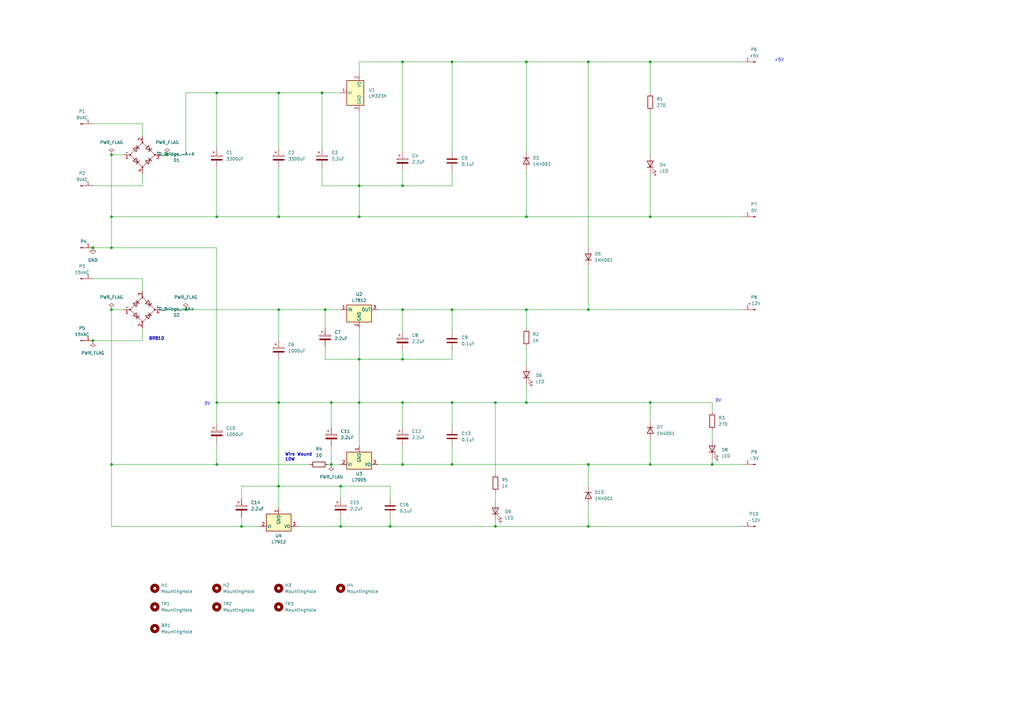
<source format=kicad_sch>
(kicad_sch (version 20250114) (generator "eeschema") (generator_version "9.0")
  (paper "A3")
  (title_block (title "3A PSU / Kicad 9") (date "2025-03-29") (rev "1.3"))
  (lib_symbols
    (symbol "Connector:Conn_01x01_Pin" (pin_names (offset 1.016) (hide yes))
      (property "Reference" "J" (at 0 2.54 0))
      (property "Value" "Conn_01x01_Pin" (at 0 -2.54 0))
      (symbol "Conn_01x01_Pin_1_1"
        (rectangle (start 0.8636 0.127) (end 0 -0.127) (stroke (width 0.1524)) (fill (type outline)))
        (polyline (pts (xy 1.27 0) (xy 0.8636 0)) (stroke (width 0.1524)))
        (pin passive line (at 5.08 0 180) (length 3.81) (name "Pin_1") (number "1"))
      )
    )
    (symbol "Device:C" (pin_numbers (hide yes)) (pin_names (offset 0.254))
      (property "Reference" "C" (at 0.635 2.54 0))
      (property "Value" "C" (at 0.635 -2.54 0))
      (symbol "C_0_1"
        (polyline (pts (xy -2.032 0.762) (xy 2.032 0.762)) (stroke (width 0.508)))
        (polyline (pts (xy -2.032 -0.762) (xy 2.032 -0.762)) (stroke (width 0.508)))
      )
      (symbol "C_1_1"
        (pin passive line (at 0 3.81 270) (length 2.794) (name "~") (number "1"))
        (pin passive line (at 0 -3.81 90) (length 2.794) (name "~") (number "2"))
      )
    )
    (symbol "Device:C_Polarized" (pin_numbers (hide yes)) (pin_names (offset 0.254))
      (property "Reference" "C" (at 0.635 2.54 0))
      (property "Value" "C_Polarized" (at 0.635 -2.54 0))
      (symbol "C_Polarized_0_1"
        (rectangle (start -2.286 0.508) (end 2.286 1.016))
        (polyline (pts (xy -1.778 2.286) (xy -0.762 2.286)))
        (polyline (pts (xy -1.27 2.794) (xy -1.27 1.778)))
        (rectangle (start 2.286 -0.508) (end -2.286 -1.016) (fill (type outline)))
      )
      (symbol "C_Polarized_1_1"
        (pin passive line (at 0 3.81 270) (length 2.794) (name "~") (number "1"))
        (pin passive line (at 0 -3.81 90) (length 2.794) (name "~") (number "2"))
      )
    )
    (symbol "Device:D_Bridge_-A+A" (pin_names (offset 0))
      (property "Reference" "D" (at 2.54 6.985 0))
      (property "Value" "D_Bridge_-A+A" (at 2.54 5.08 0))
      (symbol "D_Bridge_-A+A_0_1"
        (circle (center -5.08 0) (radius 0.254) (fill (type outline)))
        (polyline (pts (xy -5.08 0) (xy 0 -5.08) (xy 5.08 0) (xy 0 5.08) (xy -5.08 0)))
        (polyline (pts (xy -3.81 2.54) (xy -2.54 1.27) (xy -1.905 3.175) (xy -3.81 2.54)) (stroke (width 0.254)))
        (polyline (pts (xy -2.54 3.81) (xy -1.27 2.54)) (stroke (width 0.254)))
        (polyline (pts (xy -2.54 -1.27) (xy -3.81 -2.54) (xy -1.905 -3.175) (xy -2.54 -1.27)) (stroke (width 0.254)))
        (polyline (pts (xy -1.27 -2.54) (xy -2.54 -3.81)) (stroke (width 0.254)))
        (circle (center 0 5.08) (radius 0.254) (fill (type outline)))
        (circle (center 0 -5.08) (radius 0.254) (fill (type outline)))
        (polyline (pts (xy 1.27 2.54) (xy 2.54 3.81) (xy 3.175 1.905) (xy 1.27 2.54)) (stroke (width 0.254)))
        (polyline (pts (xy 2.54 1.27) (xy 3.81 2.54)) (stroke (width 0.254)))
        (polyline (pts (xy 2.54 -1.27) (xy 3.81 -2.54)) (stroke (width 0.254)))
        (polyline (pts (xy 3.175 -1.905) (xy 1.27 -2.54) (xy 2.54 -3.81) (xy 3.175 -1.905)) (stroke (width 0.254)))
        (circle (center 5.08 0) (radius 0.254) (fill (type outline)))
      )
      (symbol "D_Bridge_-A+A_1_1"
        (pin passive line (at -7.62 0 0) (length 2.54) (name "-") (number "1"))
        (pin passive line (at 0 7.62 270) (length 2.54) (name "~") (number "4"))
        (pin passive line (at 0 -7.62 90) (length 2.54) (name "~") (number "2"))
        (pin passive line (at 7.62 0 180) (length 2.54) (name "+") (number "3"))
      )
    )
    (symbol "Device:D_Bridge_-AA+" (pin_names (offset 0))
      (property "Reference" "D" (at 2.54 6.985 0))
      (property "Value" "D_Bridge_-AA+" (at 2.54 5.08 0))
      (symbol "D_Bridge_-AA+_0_1"
        (circle (center -5.08 0) (radius 0.254) (fill (type outline)))
        (polyline (pts (xy -5.08 0) (xy 0 -5.08) (xy 5.08 0) (xy 0 5.08) (xy -5.08 0)))
        (polyline (pts (xy -3.81 2.54) (xy -2.54 1.27) (xy -1.905 3.175) (xy -3.81 2.54)) (stroke (width 0.254)))
        (polyline (pts (xy -2.54 3.81) (xy -1.27 2.54)) (stroke (width 0.254)))
        (polyline (pts (xy -2.54 -1.27) (xy -3.81 -2.54) (xy -1.905 -3.175) (xy -2.54 -1.27)) (stroke (width 0.254)))
        (polyline (pts (xy -1.27 -2.54) (xy -2.54 -3.81)) (stroke (width 0.254)))
        (circle (center 0 5.08) (radius 0.254) (fill (type outline)))
        (circle (center 0 -5.08) (radius 0.254) (fill (type outline)))
        (polyline (pts (xy 1.27 2.54) (xy 2.54 3.81) (xy 3.175 1.905) (xy 1.27 2.54)) (stroke (width 0.254)))
        (polyline (pts (xy 2.54 1.27) (xy 3.81 2.54)) (stroke (width 0.254)))
        (polyline (pts (xy 2.54 -1.27) (xy 3.81 -2.54)) (stroke (width 0.254)))
        (polyline (pts (xy 3.175 -1.905) (xy 1.27 -2.54) (xy 2.54 -3.81) (xy 3.175 -1.905)) (stroke (width 0.254)))
        (circle (center 5.08 0) (radius 0.254) (fill (type outline)))
      )
      (symbol "D_Bridge_-AA+_1_1"
        (pin passive line (at -7.62 0 0) (length 2.54) (name "-") (number "1"))
        (pin passive line (at 0 7.62 270) (length 2.54) (name "~") (number "2"))
        (pin passive line (at 0 -7.62 90) (length 2.54) (name "~") (number "3"))
        (pin passive line (at 7.62 0 180) (length 2.54) (name "+") (number "4"))
      )
    )
    (symbol "Device:LED" (pin_numbers (hide yes)) (pin_names (offset 1.016) (hide yes))
      (property "Reference" "D" (at 0 2.54 0))
      (property "Value" "LED" (at 0 -2.54 0))
      (symbol "LED_0_1"
        (polyline (pts (xy -3.048 -0.762) (xy -4.572 -2.286) (xy -3.81 -2.286) (xy -4.572 -2.286) (xy -4.572 -1.524)))
        (polyline (pts (xy -1.778 -0.762) (xy -3.302 -2.286) (xy -2.54 -2.286) (xy -3.302 -2.286) (xy -3.302 -1.524)))
        (polyline (pts (xy -1.27 0) (xy 1.27 0)))
        (polyline (pts (xy -1.27 -1.27) (xy -1.27 1.27)) (stroke (width 0.254)))
        (polyline (pts (xy 1.27 -1.27) (xy 1.27 1.27) (xy -1.27 0) (xy 1.27 -1.27)) (stroke (width 0.254)))
      )
      (symbol "LED_1_1"
        (pin passive line (at -3.81 0 0) (length 2.54) (name "K") (number "1"))
        (pin passive line (at 3.81 0 180) (length 2.54) (name "A") (number "2"))
      )
    )
    (symbol "Device:R" (pin_numbers (hide yes)) (pin_names (offset 0))
      (property "Reference" "R" (at 2.032 0 90))
      (property "Value" "R" (at 0 0 90))
      (symbol "R_0_1"
        (rectangle (start -1.016 -2.54) (end 1.016 2.54) (stroke (width 0.254)))
      )
      (symbol "R_1_1"
        (pin passive line (at 0 3.81 270) (length 1.27) (name "~") (number "1"))
        (pin passive line (at 0 -3.81 90) (length 1.27) (name "~") (number "2"))
      )
    )
    (symbol "Diode:1N4001" (pin_numbers (hide yes)) (pin_names (hide yes))
      (property "Reference" "D" (at 0 2.54 0))
      (property "Value" "1N4001" (at 0 -2.54 0))
      (symbol "1N4001_0_1"
        (polyline (pts (xy -1.27 1.27) (xy -1.27 -1.27)) (stroke (width 0.254)))
        (polyline (pts (xy 1.27 1.27) (xy 1.27 -1.27) (xy -1.27 0) (xy 1.27 1.27)) (stroke (width 0.254)))
        (polyline (pts (xy 1.27 0) (xy -1.27 0)))
      )
      (symbol "1N4001_1_1"
        (pin passive line (at -3.81 0 0) (length 2.54) (name "K") (number "1"))
        (pin passive line (at 3.81 0 180) (length 2.54) (name "A") (number "2"))
      )
    )
    (symbol "Mechanical:MountingHole" (pin_names (offset 1.016)) (exclude_from_sim yes) (in_bom no)
      (property "Reference" "H" (at 0 5.08 0))
      (property "Value" "MountingHole" (at 0 3.175 0))
      (symbol "MountingHole_0_1"
        (circle (center 0 0) (radius 1.27) (stroke (width 1.27)))
      )
    )
    (symbol "Nascom:LM323K" (pin_names (offset 0.254))
      (property "Reference" "U" (at -3.81 3.175 0))
      (property "Value" "LM323K" (at 0 3.175 0))
      (symbol "LM323K_0_1"
        (rectangle (start -5.08 1.905) (end 5.08 -5.08) (stroke (width 0.254)) (fill (type background)))
      )
      (symbol "LM323K_1_1"
        (pin power_out line (at -7.62 0 0) (length 2.54) (name "VO") (number "2"))
        (pin power_in line (at 0 -7.62 90) (length 2.54) (name "VI") (number "1"))
        (pin input line (at 7.62 0 180) (length 2.54) (name "GND") (number "3"))
      )
    )
    (symbol "Regulator_Linear:L7812" (pin_names (offset 0.254))
      (property "Reference" "U" (at -3.81 3.175 0))
      (property "Value" "L7812" (at 0 3.175 0))
      (symbol "L7812_0_1"
        (rectangle (start -5.08 1.905) (end 5.08 -5.08) (stroke (width 0.254)) (fill (type background)))
      )
      (symbol "L7812_1_1"
        (pin power_in line (at -7.62 0 0) (length 2.54) (name "IN") (number "1"))
        (pin power_in line (at 0 -7.62 90) (length 2.54) (name "GND") (number "2"))
        (pin power_out line (at 7.62 0 180) (length 2.54) (name "OUT") (number "3"))
      )
    )
    (symbol "Regulator_Linear:L7905" (pin_names (offset 0.254))
      (property "Reference" "U" (at -3.81 -3.175 0))
      (property "Value" "L7905" (at 0 -3.175 0))
      (symbol "L7905_0_1"
        (rectangle (start -5.08 5.08) (end 5.08 -1.905) (stroke (width 0.254)) (fill (type background)))
      )
      (symbol "L7905_1_1"
        (pin power_in line (at -7.62 0 0) (length 2.54) (name "VI") (number "2"))
        (pin power_in line (at 0 7.62 270) (length 2.54) (name "GND") (number "1"))
        (pin power_out line (at 7.62 0 180) (length 2.54) (name "VO") (number "3"))
      )
    )
    (symbol "Regulator_Linear:L7912" (pin_names (offset 0.254))
      (property "Reference" "U" (at -3.81 -3.175 0))
      (property "Value" "L7912" (at 0 -3.175 0))
      (symbol "L7912_0_1"
        (rectangle (start -5.08 5.08) (end 5.08 -1.905) (stroke (width 0.254)) (fill (type background)))
      )
      (symbol "L7912_1_1"
        (pin power_in line (at -7.62 0 0) (length 2.54) (name "VI") (number "2"))
        (pin power_in line (at 0 7.62 270) (length 2.54) (name "GND") (number "1"))
        (pin power_out line (at 7.62 0 180) (length 2.54) (name "VO") (number "3"))
      )
    )
    (symbol "power:GND" (power) (pin_numbers (hide yes)) (pin_names (offset 0) (hide yes))
      (property "Value" "GND" (at 0 -3.81 0))
      (symbol "GND_0_1"
        (polyline (pts (xy 0 0) (xy 0 -1.27) (xy 1.27 -1.27) (xy 0 -2.54) (xy -1.27 -1.27) (xy 0 -1.27)))
      )
      (symbol "GND_1_1"
        (pin power_in line (at 0 0 270) (length 0) (name "~") (number "1"))
      )
    )
    (symbol "power:PWR_FLAG" (power) (pin_numbers (hide yes)) (pin_names (offset 0) (hide yes))
      (property "Value" "PWR_FLAG" (at 0 3.81 0))
      (symbol "PWR_FLAG_0_0"
        (pin power_out line (at 0 0 90) (length 0) (name "~") (number "1"))
      )
      (symbol "PWR_FLAG_0_1"
        (polyline (pts (xy 0 0) (xy 0 1.27) (xy -1.016 1.905) (xy 0 2.54) (xy 1.016 1.905) (xy 0 1.27)))
      )
    )
  )
  (text "0V\n" (at 83.82 166.37 0) (effects (font (size 1.27 1.27)) (justify left bottom)))
  (text "Wire Wound\n10W" (at 116.84 189.23 0) (effects (font (size 1.27 1.27) (bold yes)) (justify left bottom)))
  (text "+5V\n" (at 317.5 25.4 0) (effects (font (size 1.27 1.27)) (justify left bottom)))
  (text "BR81D" (at 60.96 139.7 0) (effects (font (size 1.27 1.27) (thickness 0.254) (bold yes)) (justify left bottom)))
  (text "0V\n" (at 293.37 165.1 0) (effects (font (size 1.27 1.27)) (justify left bottom)))
  (junction (at 139.7 215.9))
  (junction (at 45.72 190.5))
  (junction (at 114.3 199.39))
  (junction (at 241.3 190.5))
  (junction (at 114.3 38.1))
  (junction (at 68.58 63.5))
  (junction (at 114.3 165.1))
  (junction (at 45.72 88.9))
  (junction (at 203.2 215.9))
  (junction (at 165.1 190.5))
  (junction (at 139.7 199.39))
  (junction (at 147.32 147.32))
  (junction (at 45.72 101.6))
  (junction (at 114.3 127))
  (junction (at 215.9 25.4))
  (junction (at 165.1 127))
  (junction (at 185.42 127))
  (junction (at 45.72 127))
  (junction (at 165.1 76.2))
  (junction (at 88.9 38.1))
  (junction (at 147.32 76.2))
  (junction (at 38.1 139.7))
  (junction (at 135.89 190.5))
  (junction (at 133.35 127))
  (junction (at 160.02 215.9))
  (junction (at 203.2 165.1))
  (junction (at 165.1 165.1))
  (junction (at 215.9 165.1))
  (junction (at 132.08 38.1))
  (junction (at 45.72 63.5))
  (junction (at 147.32 88.9))
  (junction (at 266.7 88.9))
  (junction (at 185.42 190.5))
  (junction (at 165.1 147.32))
  (junction (at 266.7 165.1))
  (junction (at 185.42 165.1))
  (junction (at 88.9 190.5))
  (junction (at 38.1 101.6))
  (junction (at 185.42 25.4))
  (junction (at 99.06 215.9))
  (junction (at 88.9 165.1))
  (junction (at 266.7 25.4))
  (junction (at 76.2 127))
  (junction (at 215.9 88.9))
  (junction (at 241.3 127))
  (junction (at 266.7 190.5))
  (junction (at 215.9 127))
  (junction (at 241.3 215.9))
  (junction (at 88.9 88.9))
  (junction (at 165.1 25.4))
  (junction (at 241.3 25.4))
  (junction (at 147.32 165.1))
  (junction (at 292.1 190.5))
  (junction (at 135.89 165.1))
  (junction (at 114.3 88.9))
  (wire (pts (xy 185.42 127) (xy 185.42 135.89)))
  (wire (pts (xy 45.72 88.9) (xy 88.9 88.9)))
  (wire (pts (xy 88.9 181.61) (xy 88.9 190.5)))
  (wire (pts (xy 147.32 76.2) (xy 147.32 88.9)))
  (wire (pts (xy 165.1 127) (xy 185.42 127)))
  (wire (pts (xy 58.42 139.7) (xy 58.42 134.62)))
  (wire (pts (xy 88.9 88.9) (xy 114.3 88.9)))
  (wire (pts (xy 38.1 114.3) (xy 58.42 114.3)))
  (wire (pts (xy 114.3 127) (xy 133.35 127)))
  (wire (pts (xy 66.04 63.5) (xy 68.58 63.5)))
  (wire (pts (xy 45.72 63.5) (xy 45.72 88.9)))
  (wire (pts (xy 132.08 76.2) (xy 147.32 76.2)))
  (wire (pts (xy 99.06 204.47) (xy 99.06 199.39)))
  (wire (pts (xy 114.3 68.58) (xy 114.3 88.9)))
  (wire (pts (xy 139.7 212.09) (xy 139.7 215.9)))
  (wire (pts (xy 45.72 101.6) (xy 38.1 101.6)))
  (wire (pts (xy 38.1 76.2) (xy 58.42 76.2)))
  (wire (pts (xy 134.62 190.5) (xy 135.89 190.5)))
  (wire (pts (xy 58.42 119.38) (xy 58.42 114.3)))
  (wire (pts (xy 266.7 25.4) (xy 304.8 25.4)))
  (wire (pts (xy 132.08 38.1) (xy 132.08 60.96)))
  (wire (pts (xy 266.7 190.5) (xy 292.1 190.5)))
  (wire (pts (xy 114.3 127) (xy 114.3 139.7)))
  (wire (pts (xy 88.9 38.1) (xy 114.3 38.1)))
  (wire (pts (xy 165.1 127) (xy 165.1 135.89)))
  (wire (pts (xy 203.2 165.1) (xy 203.2 194.31)))
  (wire (pts (xy 185.42 76.2) (xy 185.42 69.85)))
  (wire (pts (xy 45.72 127) (xy 45.72 190.5)))
  (wire (pts (xy 160.02 215.9) (xy 203.2 215.9)))
  (wire (pts (xy 147.32 88.9) (xy 215.9 88.9)))
  (wire (pts (xy 266.7 45.72) (xy 266.7 63.5)))
  (wire (pts (xy 147.32 165.1) (xy 165.1 165.1)))
  (wire (pts (xy 76.2 38.1) (xy 88.9 38.1)))
  (wire (pts (xy 165.1 182.88) (xy 165.1 190.5)))
  (wire (pts (xy 165.1 25.4) (xy 185.42 25.4)))
  (wire (pts (xy 88.9 101.6) (xy 88.9 165.1)))
  (wire (pts (xy 114.3 165.1) (xy 114.3 199.39)))
  (wire (pts (xy 160.02 204.47) (xy 160.02 199.39)))
  (wire (pts (xy 147.32 76.2) (xy 165.1 76.2)))
  (wire (pts (xy 215.9 25.4) (xy 241.3 25.4)))
  (wire (pts (xy 133.35 127) (xy 139.7 127)))
  (wire (pts (xy 135.89 182.88) (xy 135.89 190.5)))
  (wire (pts (xy 241.3 109.22) (xy 241.3 127)))
  (wire (pts (xy 147.32 147.32) (xy 165.1 147.32)))
  (wire (pts (xy 266.7 88.9) (xy 304.8 88.9)))
  (wire (pts (xy 215.9 165.1) (xy 266.7 165.1)))
  (wire (pts (xy 88.9 68.58) (xy 88.9 88.9)))
  (wire (pts (xy 203.2 213.36) (xy 203.2 215.9)))
  (wire (pts (xy 154.94 190.5) (xy 165.1 190.5)))
  (wire (pts (xy 68.58 63.5) (xy 76.2 63.5)))
  (wire (pts (xy 266.7 71.12) (xy 266.7 88.9)))
  (wire (pts (xy 88.9 165.1) (xy 114.3 165.1)))
  (wire (pts (xy 185.42 190.5) (xy 241.3 190.5)))
  (wire (pts (xy 88.9 165.1) (xy 88.9 173.99)))
  (wire (pts (xy 160.02 199.39) (xy 139.7 199.39)))
  (wire (pts (xy 241.3 207.01) (xy 241.3 215.9)))
  (wire (pts (xy 50.8 127) (xy 45.72 127)))
  (wire (pts (xy 114.3 199.39) (xy 114.3 208.28)))
  (wire (pts (xy 241.3 190.5) (xy 266.7 190.5)))
  (wire (pts (xy 135.89 165.1) (xy 135.89 175.26)))
  (wire (pts (xy 165.1 165.1) (xy 185.42 165.1)))
  (wire (pts (xy 139.7 215.9) (xy 160.02 215.9)))
  (wire (pts (xy 266.7 165.1) (xy 266.7 172.72)))
  (wire (pts (xy 215.9 157.48) (xy 215.9 165.1)))
  (wire (pts (xy 58.42 55.88) (xy 58.42 50.8)))
  (wire (pts (xy 114.3 38.1) (xy 132.08 38.1)))
  (wire (pts (xy 165.1 190.5) (xy 185.42 190.5)))
  (wire (pts (xy 121.92 215.9) (xy 139.7 215.9)))
  (wire (pts (xy 241.3 127) (xy 304.8 127)))
  (wire (pts (xy 185.42 25.4) (xy 185.42 62.23)))
  (wire (pts (xy 266.7 165.1) (xy 292.1 165.1)))
  (wire (pts (xy 76.2 63.5) (xy 76.2 38.1)))
  (wire (pts (xy 50.8 63.5) (xy 45.72 63.5)))
  (wire (pts (xy 99.06 215.9) (xy 106.68 215.9)))
  (wire (pts (xy 139.7 199.39) (xy 114.3 199.39)))
  (wire (pts (xy 185.42 165.1) (xy 203.2 165.1)))
  (wire (pts (xy 99.06 199.39) (xy 114.3 199.39)))
  (wire (pts (xy 45.72 190.5) (xy 88.9 190.5)))
  (wire (pts (xy 45.72 101.6) (xy 88.9 101.6)))
  (wire (pts (xy 45.72 88.9) (xy 45.72 101.6)))
  (wire (pts (xy 133.35 127) (xy 133.35 134.62)))
  (wire (pts (xy 147.32 25.4) (xy 165.1 25.4)))
  (wire (pts (xy 133.35 147.32) (xy 147.32 147.32)))
  (wire (pts (xy 165.1 69.85) (xy 165.1 76.2)))
  (wire (pts (xy 76.2 127) (xy 114.3 127)))
  (wire (pts (xy 147.32 147.32) (xy 147.32 165.1)))
  (wire (pts (xy 215.9 127) (xy 215.9 134.62)))
  (wire (pts (xy 292.1 176.53) (xy 292.1 180.34)))
  (wire (pts (xy 203.2 165.1) (xy 215.9 165.1)))
  (wire (pts (xy 215.9 88.9) (xy 266.7 88.9)))
  (wire (pts (xy 203.2 215.9) (xy 241.3 215.9)))
  (wire (pts (xy 165.1 165.1) (xy 165.1 175.26)))
  (wire (pts (xy 292.1 190.5) (xy 304.8 190.5)))
  (wire (pts (xy 114.3 88.9) (xy 147.32 88.9)))
  (wire (pts (xy 203.2 201.93) (xy 203.2 205.74)))
  (wire (pts (xy 292.1 187.96) (xy 292.1 190.5)))
  (wire (pts (xy 292.1 165.1) (xy 292.1 168.91)))
  (wire (pts (xy 135.89 190.5) (xy 139.7 190.5)))
  (wire (pts (xy 215.9 127) (xy 241.3 127)))
  (wire (pts (xy 165.1 147.32) (xy 185.42 147.32)))
  (wire (pts (xy 139.7 199.39) (xy 139.7 204.47)))
  (wire (pts (xy 38.1 50.8) (xy 58.42 50.8)))
  (wire (pts (xy 185.42 127) (xy 215.9 127)))
  (wire (pts (xy 154.94 127) (xy 165.1 127)))
  (wire (pts (xy 215.9 142.24) (xy 215.9 149.86)))
  (wire (pts (xy 114.3 38.1) (xy 114.3 60.96)))
  (wire (pts (xy 147.32 134.62) (xy 147.32 147.32)))
  (wire (pts (xy 185.42 147.32) (xy 185.42 143.51)))
  (wire (pts (xy 241.3 25.4) (xy 241.3 101.6)))
  (wire (pts (xy 99.06 212.09) (xy 99.06 215.9)))
  (wire (pts (xy 133.35 142.24) (xy 133.35 147.32)))
  (wire (pts (xy 185.42 25.4) (xy 215.9 25.4)))
  (wire (pts (xy 45.72 215.9) (xy 45.72 190.5)))
  (wire (pts (xy 147.32 45.72) (xy 147.32 76.2)))
  (wire (pts (xy 88.9 38.1) (xy 88.9 60.96)))
  (wire (pts (xy 241.3 215.9) (xy 304.8 215.9)))
  (wire (pts (xy 185.42 182.88) (xy 185.42 190.5)))
  (wire (pts (xy 45.72 215.9) (xy 99.06 215.9)))
  (wire (pts (xy 241.3 190.5) (xy 241.3 199.39)))
  (wire (pts (xy 88.9 190.5) (xy 127 190.5)))
  (wire (pts (xy 185.42 165.1) (xy 185.42 175.26)))
  (wire (pts (xy 160.02 212.09) (xy 160.02 215.9)))
  (wire (pts (xy 147.32 30.48) (xy 147.32 25.4)))
  (wire (pts (xy 241.3 25.4) (xy 266.7 25.4)))
  (wire (pts (xy 132.08 68.58) (xy 132.08 76.2)))
  (wire (pts (xy 215.9 25.4) (xy 215.9 62.23)))
  (wire (pts (xy 215.9 69.85) (xy 215.9 88.9)))
  (wire (pts (xy 135.89 165.1) (xy 147.32 165.1)))
  (wire (pts (xy 147.32 165.1) (xy 147.32 182.88)))
  (wire (pts (xy 114.3 165.1) (xy 135.89 165.1)))
  (wire (pts (xy 165.1 143.51) (xy 165.1 147.32)))
  (wire (pts (xy 165.1 76.2) (xy 185.42 76.2)))
  (wire (pts (xy 266.7 180.34) (xy 266.7 190.5)))
  (wire (pts (xy 114.3 147.32) (xy 114.3 165.1)))
  (wire (pts (xy 38.1 139.7) (xy 58.42 139.7)))
  (wire (pts (xy 66.04 127) (xy 76.2 127)))
  (wire (pts (xy 132.08 38.1) (xy 139.7 38.1)))
  (wire (pts (xy 165.1 25.4) (xy 165.1 62.23)))
  (wire (pts (xy 266.7 25.4) (xy 266.7 38.1)))
  (wire (pts (xy 58.42 71.12) (xy 58.42 76.2)))
  (symbol (lib_id "Connector:Conn_01x01_Pin") (at 33.02 76.2 0) (unit 1)
    (property "Reference" "P2" (at 33.655 71.12 0))
    (property "Value" "9VAC" (at 33.655 73.66 0))
    (property "Footprint" "TestPoint:TestPoint_THTPad_D3.0mm_Drill1.5mm" (effects (hide yes)))
  )
  (symbol (lib_id "Regulator_Linear:L7812") (at 147.32 127 0) (unit 1)
    (property "Reference" "U2" (at 147.32 120.65 0))
    (property "Value" "L7812" (at 147.32 123.19 0))
    (property "Footprint" "Nascom:TO-220-3_Horizontal_TabDown_staggered" (effects (hide yes)))
    (property "Datasheet" "http://www.st.com/content/ccc/resource/technical/document/datasheet/41/4f/b3/b0/12/d4/47/88/CD00000444.pdf/files/CD00000444.pdf/jcr:content/translations/en.CD00000444.pdf" (effects (hide yes)))
  )
  (symbol (lib_id "power:PWR_FLAG") (at 45.72 127 0) (unit 1)
    (property "Reference" "#FLG01" (effects (hide yes)))
    (property "Value" "PWR_FLAG" (at 45.72 121.92 0))
  )
  (symbol (lib_id "Device:R") (at 215.9 138.43 0) (unit 1)
    (property "Reference" "R2" (at 218.44 137.16 0) (effects (justify left)))
    (property "Value" "1K" (at 218.44 139.7 0) (effects (justify left)))
    (property "Footprint" "Nascom:R_Axial_DIN0207_L6.3mm_D2.5mm_P14mm_Horizontal" (effects (hide yes)))
  )
  (symbol (lib_id "Connector:Conn_01x01_Pin") (at 33.02 114.3 0) (unit 1)
    (property "Reference" "P3" (at 33.655 109.22 0))
    (property "Value" "15VAC" (at 33.655 111.76 0))
    (property "Footprint" "TestPoint:TestPoint_THTPad_D3.0mm_Drill1.5mm" (effects (hide yes)))
  )
  (symbol (lib_id "Device:C_Polarized") (at 88.9 64.77 0) (unit 1)
    (property "Reference" "C1" (at 92.71 62.611 0) (effects (justify left)))
    (property "Value" "3300uF" (at 92.71 65.151 0) (effects (justify left)))
    (property "Footprint" "Capacitor_THT:CP_Axial_L46.0mm_D20.0mm_P52.00mm_Horizontal" (effects (hide yes)))
  )
  (symbol (lib_id "Device:C_Polarized") (at 165.1 139.7 0) (unit 1)
    (property "Reference" "C8" (at 168.91 137.541 0) (effects (justify left)))
    (property "Value" "2.2uF" (at 168.91 140.081 0) (effects (justify left)))
    (property "Footprint" "Capacitor_THT:CP_Radial_Tantal_D7.0mm_P5.00mm" (effects (hide yes)))
  )
  (symbol (lib_id "Device:C_Polarized") (at 133.35 138.43 0) (unit 1)
    (property "Reference" "C7" (at 137.16 136.271 0) (effects (justify left)))
    (property "Value" "2.2uF" (at 137.16 138.811 0) (effects (justify left)))
    (property "Footprint" "Capacitor_THT:CP_Radial_Tantal_D7.0mm_P5.00mm" (effects (hide yes)))
  )
  (symbol (lib_id "Regulator_Linear:L7905") (at 147.32 190.5 0) (unit 1)
    (property "Reference" "U3" (at 147.32 194.31 0))
    (property "Value" "L7905" (at 147.32 196.85 0))
    (property "Footprint" "Nascom:TO-220-3_Horizontal_TabDown_staggered" (effects (hide yes)))
    (property "Datasheet" "http://www.st.com/content/ccc/resource/technical/document/datasheet/c9/16/86/41/c7/2b/45/f2/CD00000450.pdf/files/CD00000450.pdf/jcr:content/translations/en.CD00000450.pdf" (effects (hide yes)))
  )
  (symbol (lib_id "Device:R") (at 203.2 198.12 0) (unit 1)
    (property "Reference" "R5" (at 205.74 196.85 0) (effects (justify left)))
    (property "Value" "1K" (at 205.74 199.39 0) (effects (justify left)))
    (property "Footprint" "Resistor_THT:R_Axial_DIN0207_L6.3mm_D2.5mm_P15.24mm_Horizontal" (effects (hide yes)))
  )
  (symbol (lib_id "Device:LED") (at 292.1 184.15 90) (unit 1)
    (property "Reference" "D8" (at 295.91 184.4675 90) (effects (justify right)))
    (property "Value" "LED" (at 295.91 187.0075 90) (effects (justify right)))
    (property "Footprint" "LED_THT:LED_D5.0mm" (effects (hide yes)))
    (property "Sim.Pins" "1=K 2=A" (effects (hide yes)))
  )
  (symbol (lib_id "Mechanical:MountingHole") (at 63.5 257.81 0) (unit 1)
    (property "Reference" "BR1" (at 66.04 256.54 0) (effects (justify left)))
    (property "Value" "MountingHole" (at 66.04 259.08 0) (effects (justify left)))
    (property "Footprint" "MountingHole:MountingHole_3.5mm" (effects (hide yes)))
  )
  (symbol (lib_id "Mechanical:MountingHole") (at 114.3 248.92 0) (unit 1)
    (property "Reference" "TR3" (at 116.84 247.65 0) (effects (justify left)))
    (property "Value" "MountingHole" (at 116.84 250.19 0) (effects (justify left)))
    (property "Footprint" "MountingHole:MountingHole_3.5mm" (effects (hide yes)))
  )
  (symbol (lib_id "Device:C_Polarized") (at 99.06 208.28 0) (unit 1)
    (property "Reference" "C14" (at 102.87 206.121 0) (effects (justify left)))
    (property "Value" "2.2uF" (at 102.87 208.661 0) (effects (justify left)))
    (property "Footprint" "Nascom:CP_Radial_Tantal_D8.0mm_P6.00mm" (effects (hide yes)))
  )
  (symbol (lib_id "Mechanical:MountingHole") (at 63.5 241.3 0) (unit 1)
    (property "Reference" "H1" (at 66.04 240.03 0) (effects (justify left)))
    (property "Value" "MountingHole" (at 66.04 242.57 0) (effects (justify left)))
    (property "Footprint" "MountingHole:MountingHole_3.5mm" (effects (hide yes)))
  )
  (symbol (lib_id "Nascom:LM323K") (at 147.32 38.1 270) (unit 1)
    (property "Reference" "U1" (at 151.13 36.83 90) (effects (justify left)))
    (property "Value" "LM323K" (at 151.13 39.37 90) (effects (justify left)))
    (property "Footprint" "Package_TO_SOT_THT:TO-3" (effects (hide yes)))
    (property "Datasheet" "http://www.ti.com/lit/ds/symlink/lm317.pdf" (effects (hide yes)))
  )
  (symbol (lib_id "Connector:Conn_01x01_Pin") (at 33.02 50.8 0) (unit 1)
    (property "Reference" "P1" (at 33.655 45.72 0))
    (property "Value" "9VAC" (at 33.655 48.26 0))
    (property "Footprint" "TestPoint:TestPoint_THTPad_D3.0mm_Drill1.5mm" (effects (hide yes)))
  )
  (symbol (lib_id "Mechanical:MountingHole") (at 114.3 241.3 0) (unit 1)
    (property "Reference" "H3" (at 116.84 240.03 0) (effects (justify left)))
    (property "Value" "MountingHole" (at 116.84 242.57 0) (effects (justify left)))
    (property "Footprint" "MountingHole:MountingHole_3.5mm" (effects (hide yes)))
  )
  (symbol (lib_id "Connector:Conn_01x01_Pin") (at 309.88 88.9 180) (unit 1)
    (property "Reference" "P7" (at 309.245 83.82 0))
    (property "Value" "0V" (at 309.245 86.36 0))
    (property "Footprint" "TestPoint:TestPoint_THTPad_D3.0mm_Drill1.5mm" (effects (hide yes)))
  )
  (symbol (lib_id "Device:C") (at 185.42 66.04 0) (unit 1)
    (property "Reference" "C5" (at 189.23 64.77 0) (effects (justify left)))
    (property "Value" "0.1uF" (at 189.23 67.31 0) (effects (justify left)))
    (property "Footprint" "Nascom:C_Disc_D9.0mm_W3.0mm_P6.00mm" (effects (hide yes)))
  )
  (symbol (lib_id "Device:C_Polarized") (at 165.1 66.04 0) (unit 1)
    (property "Reference" "C4" (at 168.91 63.881 0) (effects (justify left)))
    (property "Value" "2.2uF" (at 168.91 66.421 0) (effects (justify left)))
    (property "Footprint" "Capacitor_THT:CP_Radial_Tantal_D7.0mm_P5.00mm" (effects (hide yes)))
  )
  (symbol (lib_id "Device:D_Bridge_-AA+") (at 58.42 127 0) (mirror x) (unit 1)
    (property "Reference" "D2" (at 72.39 129.2159 0))
    (property "Value" "D_Bridge_-AA+" (at 72.39 126.6759 0))
    (property "Footprint" "Nascom:Bridge_Rectifier_BR81D" (effects (hide yes)))
  )
  (symbol (lib_id "Device:LED") (at 203.2 209.55 90) (unit 1)
    (property "Reference" "D9" (at 207.01 209.8675 90) (effects (justify right)))
    (property "Value" "LED" (at 207.01 212.4075 90) (effects (justify right)))
    (property "Footprint" "LED_THT:LED_D5.0mm" (effects (hide yes)))
    (property "Sim.Pins" "1=K 2=A" (effects (hide yes)))
  )
  (symbol (lib_id "Device:R") (at 130.81 190.5 90) (unit 1)
    (property "Reference" "R4" (at 130.81 184.15 90))
    (property "Value" "10" (at 130.81 186.69 90))
    (property "Footprint" "Nascom:R_Axial_Power_L31.0mm_W8.0mm_P36mm" (effects (hide yes)))
  )
  (symbol (lib_id "Device:C") (at 185.42 179.07 0) (unit 1)
    (property "Reference" "C13" (at 189.23 177.8 0) (effects (justify left)))
    (property "Value" "0.1uF" (at 189.23 180.34 0) (effects (justify left)))
    (property "Footprint" "Nascom:C_Disc_D9.0mm_W3.0mm_P6.00mm" (effects (hide yes)))
  )
  (symbol (lib_id "Device:C") (at 185.42 139.7 0) (unit 1)
    (property "Reference" "C9" (at 189.23 138.43 0) (effects (justify left)))
    (property "Value" "0.1uF" (at 189.23 140.97 0) (effects (justify left)))
    (property "Footprint" "Nascom:C_Disc_D9.0mm_W3.0mm_P6.00mm" (effects (hide yes)))
  )
  (symbol (lib_id "Diode:1N4001") (at 241.3 203.2 270) (unit 1)
    (property "Reference" "D10" (at 243.84 201.93 90) (effects (justify left)))
    (property "Value" "1N4001" (at 243.84 204.47 90) (effects (justify left)))
    (property "Footprint" "Diode_THT:D_DO-41_SOD81_P12.70mm_Horizontal" (effects (hide yes)))
    (property "Datasheet" "http://www.vishay.com/docs/88503/1n4001.pdf" (effects (hide yes)))
    (property "Sim.Device" "D" (effects (hide yes)))
    (property "Sim.Pins" "1=K 2=A" (effects (hide yes)))
  )
  (symbol (lib_id "Device:C_Polarized") (at 114.3 143.51 0) (unit 1)
    (property "Reference" "C6" (at 118.11 141.351 0) (effects (justify left)))
    (property "Value" "1000uF" (at 118.11 143.891 0) (effects (justify left)))
    (property "Footprint" "Capacitor_THT:CP_Axial_L34.5mm_D20.0mm_P41.00mm_Horizontal" (effects (hide yes)))
  )
  (symbol (lib_id "Diode:1N4001") (at 241.3 105.41 90) (unit 1)
    (property "Reference" "D5" (at 243.84 104.14 90) (effects (justify right)))
    (property "Value" "1N4001" (at 243.84 106.68 90) (effects (justify right)))
    (property "Footprint" "Diode_THT:D_DO-41_SOD81_P12.70mm_Horizontal" (effects (hide yes)))
    (property "Datasheet" "http://www.vishay.com/docs/88503/1n4001.pdf" (effects (hide yes)))
    (property "Sim.Device" "D" (effects (hide yes)))
    (property "Sim.Pins" "1=K 2=A" (effects (hide yes)))
  )
  (symbol (lib_id "Device:C_Polarized") (at 165.1 179.07 0) (unit 1)
    (property "Reference" "C12" (at 168.91 176.911 0) (effects (justify left)))
    (property "Value" "2.2uF" (at 168.91 179.451 0) (effects (justify left)))
    (property "Footprint" "Capacitor_THT:CP_Radial_Tantal_D7.0mm_P5.00mm" (effects (hide yes)))
  )
  (symbol (lib_id "power:PWR_FLAG") (at 135.89 190.5 180) (unit 1)
    (property "Reference" "#FLG05" (effects (hide yes)))
    (property "Value" "PWR_FLAG" (at 135.89 195.58 0))
  )
  (symbol (lib_id "Device:C") (at 160.02 208.28 0) (unit 1)
    (property "Reference" "C16" (at 163.83 207.01 0) (effects (justify left)))
    (property "Value" "0.1uF" (at 163.83 209.55 0) (effects (justify left)))
    (property "Footprint" "Nascom:C_Disc_D9.0mm_W3.0mm_P6.00mm" (effects (hide yes)))
  )
  (symbol (lib_id "Device:C_Polarized") (at 114.3 64.77 0) (unit 1)
    (property "Reference" "C2" (at 118.11 62.611 0) (effects (justify left)))
    (property "Value" "3300uF" (at 118.11 65.151 0) (effects (justify left)))
    (property "Footprint" "Capacitor_THT:CP_Axial_L46.0mm_D20.0mm_P52.00mm_Horizontal" (effects (hide yes)))
  )
  (symbol (lib_id "Device:C_Polarized") (at 139.7 208.28 0) (unit 1)
    (property "Reference" "C15" (at 143.51 206.121 0) (effects (justify left)))
    (property "Value" "2.2uF" (at 143.51 208.661 0) (effects (justify left)))
    (property "Footprint" "Nascom:CP_Radial_Tantal_D8.0mm_P6.00mm" (effects (hide yes)))
  )
  (symbol (lib_id "Device:R") (at 266.7 41.91 0) (unit 1)
    (property "Reference" "R1" (at 269.24 40.64 0) (effects (justify left)))
    (property "Value" "270" (at 269.24 43.18 0) (effects (justify left)))
    (property "Footprint" "Nascom:R_Axial_DIN0207_L6.3mm_D2.5mm_P14mm_Horizontal" (effects (hide yes)))
  )
  (symbol (lib_id "Mechanical:MountingHole") (at 139.7 241.3 0) (unit 1)
    (property "Reference" "H4" (at 142.24 240.03 0) (effects (justify left)))
    (property "Value" "MountingHole" (at 142.24 242.57 0) (effects (justify left)))
    (property "Footprint" "MountingHole:MountingHole_3.5mm" (effects (hide yes)))
  )
  (symbol (lib_id "Diode:1N4001") (at 215.9 66.04 270) (unit 1)
    (property "Reference" "D3" (at 218.44 64.77 90) (effects (justify left)))
    (property "Value" "1N4001" (at 218.44 67.31 90) (effects (justify left)))
    (property "Footprint" "Diode_THT:D_DO-41_SOD81_P12.70mm_Horizontal" (effects (hide yes)))
    (property "Datasheet" "http://www.vishay.com/docs/88503/1n4001.pdf" (effects (hide yes)))
    (property "Sim.Device" "D" (effects (hide yes)))
    (property "Sim.Pins" "1=K 2=A" (effects (hide yes)))
  )
  (symbol (lib_id "Diode:1N4001") (at 266.7 176.53 270) (unit 1)
    (property "Reference" "D7" (at 269.24 175.26 90) (effects (justify left)))
    (property "Value" "1N4001" (at 269.24 177.8 90) (effects (justify left)))
    (property "Footprint" "Diode_THT:D_DO-41_SOD81_P12.70mm_Horizontal" (effects (hide yes)))
    (property "Datasheet" "http://www.vishay.com/docs/88503/1n4001.pdf" (effects (hide yes)))
    (property "Sim.Device" "D" (effects (hide yes)))
    (property "Sim.Pins" "1=K 2=A" (effects (hide yes)))
  )
  (symbol (lib_id "Mechanical:MountingHole") (at 63.5 248.92 0) (unit 1)
    (property "Reference" "TR1" (at 66.04 247.65 0) (effects (justify left)))
    (property "Value" "MountingHole" (at 66.04 250.19 0) (effects (justify left)))
    (property "Footprint" "MountingHole:MountingHole_3.5mm" (effects (hide yes)))
  )
  (symbol (lib_id "Device:R") (at 292.1 172.72 0) (unit 1)
    (property "Reference" "R3" (at 294.64 171.45 0) (effects (justify left)))
    (property "Value" "270" (at 294.64 173.99 0) (effects (justify left)))
    (property "Footprint" "Nascom:R_Axial_DIN0207_L6.3mm_D2.5mm_P14mm_Horizontal" (effects (hide yes)))
  )
  (symbol (lib_id "power:PWR_FLAG") (at 68.58 63.5 0) (unit 1)
    (property "Reference" "#FLG03" (effects (hide yes)))
    (property "Value" "PWR_FLAG" (at 68.58 58.42 0))
  )
  (symbol (lib_id "Regulator_Linear:L7912") (at 114.3 215.9 0) (unit 1)
    (property "Reference" "U4" (at 114.3 219.71 0))
    (property "Value" "L7912" (at 114.3 222.25 0))
    (property "Footprint" "Nascom:TO-220-3_Horizontal_TabDown_staggered" (effects (hide yes)))
    (property "Datasheet" "http://www.st.com/content/ccc/resource/technical/document/datasheet/c9/16/86/41/c7/2b/45/f2/CD00000450.pdf/files/CD00000450.pdf/jcr:content/translations/en.CD00000450.pdf" (effects (hide yes)))
  )
  (symbol (lib_id "Device:C_Polarized") (at 132.08 64.77 0) (unit 1)
    (property "Reference" "C3" (at 135.89 62.611 0) (effects (justify left)))
    (property "Value" "2.2uF" (at 135.89 65.151 0) (effects (justify left)))
    (property "Footprint" "Capacitor_THT:CP_Radial_Tantal_D7.0mm_P5.00mm" (effects (hide yes)))
  )
  (symbol (lib_id "Connector:Conn_01x01_Pin") (at 33.02 139.7 0) (unit 1)
    (property "Reference" "P5" (at 33.655 134.62 0))
    (property "Value" "15VAC" (at 33.655 137.16 0))
    (property "Footprint" "TestPoint:TestPoint_THTPad_D3.0mm_Drill1.5mm" (effects (hide yes)))
  )
  (symbol (lib_id "Connector:Conn_01x01_Pin") (at 309.88 127 180) (unit 1)
    (property "Reference" "P8" (at 309.245 121.92 0))
    (property "Value" "+12V" (at 309.245 124.46 0))
    (property "Footprint" "TestPoint:TestPoint_THTPad_D3.0mm_Drill1.5mm" (effects (hide yes)))
  )
  (symbol (lib_id "Connector:Conn_01x01_Pin") (at 309.88 215.9 180) (unit 1)
    (property "Reference" "P10" (at 309.245 210.82 0))
    (property "Value" "-12V" (at 309.245 213.36 0))
    (property "Footprint" "TestPoint:TestPoint_THTPad_D3.0mm_Drill1.5mm" (effects (hide yes)))
  )
  (symbol (lib_id "Device:D_Bridge_-A+A") (at 58.42 63.5 0) (mirror x) (unit 1)
    (property "Reference" "D1" (at 72.39 65.7159 0))
    (property "Value" "D_Bridge_-A+A" (at 72.39 63.1759 0))
    (property "Footprint" "Diode_THT:Diode_Bridge_15.2x15.2x6.3mm_P10.9mm" (effects (hide yes)))
  )
  (symbol (lib_id "power:PWR_FLAG") (at 76.2 127 0) (unit 1)
    (property "Reference" "#FLG04" (effects (hide yes)))
    (property "Value" "PWR_FLAG" (at 76.2 121.92 0))
  )
  (symbol (lib_id "Mechanical:MountingHole") (at 88.9 241.3 0) (unit 1)
    (property "Reference" "H2" (at 91.44 240.03 0) (effects (justify left)))
    (property "Value" "MountingHole" (at 91.44 242.57 0) (effects (justify left)))
    (property "Footprint" "MountingHole:MountingHole_3.5mm" (effects (hide yes)))
  )
  (symbol (lib_id "Device:LED") (at 215.9 153.67 90) (unit 1)
    (property "Reference" "D6" (at 219.71 153.9875 90) (effects (justify right)))
    (property "Value" "LED" (at 219.71 156.5275 90) (effects (justify right)))
    (property "Footprint" "LED_THT:LED_D5.0mm" (effects (hide yes)))
    (property "Sim.Pins" "1=K 2=A" (effects (hide yes)))
  )
  (symbol (lib_id "power:PWR_FLAG") (at 45.72 63.5 0) (unit 1)
    (property "Reference" "#FLG06" (effects (hide yes)))
    (property "Value" "PWR_FLAG" (at 45.72 58.42 0))
  )
  (symbol (lib_id "Mechanical:MountingHole") (at 88.9 248.92 0) (unit 1)
    (property "Reference" "TR2" (at 91.44 247.65 0) (effects (justify left)))
    (property "Value" "MountingHole" (at 91.44 250.19 0) (effects (justify left)))
    (property "Footprint" "MountingHole:MountingHole_3.5mm" (effects (hide yes)))
  )
  (symbol (lib_id "power:PWR_FLAG") (at 38.1 139.7 180) (unit 1)
    (property "Reference" "#FLG02" (effects (hide yes)))
    (property "Value" "PWR_FLAG" (at 38.1 144.78 0))
  )
  (symbol (lib_id "power:GND") (at 38.1 101.6 0) (unit 1)
    (property "Reference" "#PWR05" (effects (hide yes)))
    (property "Value" "GND" (at 38.1 106.68 0))
  )
  (symbol (lib_id "Device:C_Polarized") (at 88.9 177.8 0) (unit 1)
    (property "Reference" "C10" (at 92.71 175.641 0) (effects (justify left)))
    (property "Value" "1000uF" (at 92.71 178.181 0) (effects (justify left)))
    (property "Footprint" "Capacitor_THT:CP_Axial_L34.5mm_D20.0mm_P41.00mm_Horizontal" (effects (hide yes)))
  )
  (symbol (lib_id "Device:LED") (at 266.7 67.31 90) (unit 1)
    (property "Reference" "D4" (at 270.51 67.6275 90) (effects (justify right)))
    (property "Value" "LED" (at 270.51 70.1675 90) (effects (justify right)))
    (property "Footprint" "LED_THT:LED_D5.0mm" (effects (hide yes)))
    (property "Sim.Pins" "1=K 2=A" (effects (hide yes)))
  )
  (symbol (lib_id "Device:C_Polarized") (at 135.89 179.07 0) (unit 1)
    (property "Reference" "C11" (at 139.7 176.911 0) (effects (justify left)))
    (property "Value" "2.2uF" (at 139.7 179.451 0) (effects (justify left)))
    (property "Footprint" "Capacitor_THT:CP_Radial_Tantal_D7.0mm_P5.00mm" (effects (hide yes)))
  )
  (symbol (lib_id "Connector:Conn_01x01_Pin") (at 33.02 101.6 0) (unit 1)
    (property "Reference" "P4" (at 34.29 99.06 0))
    (property "Value" "GND" (effects (hide yes)))
    (property "Footprint" "TestPoint:TestPoint_THTPad_D3.0mm_Drill1.5mm" (effects (hide yes)))
  )
  (symbol (lib_id "Connector:Conn_01x01_Pin") (at 309.88 190.5 180) (unit 1)
    (property "Reference" "P9" (at 309.245 185.42 0))
    (property "Value" "-5V" (at 309.245 187.96 0))
    (property "Footprint" "TestPoint:TestPoint_THTPad_D3.0mm_Drill1.5mm" (effects (hide yes)))
  )
  (symbol (lib_id "Connector:Conn_01x01_Pin") (at 309.88 25.4 180) (unit 1)
    (property "Reference" "P6" (at 309.245 20.32 0))
    (property "Value" "+5V" (at 309.245 22.86 0))
    (property "Footprint" "TestPoint:TestPoint_THTPad_D3.0mm_Drill1.5mm" (effects (hide yes)))
  )
)
</source>
